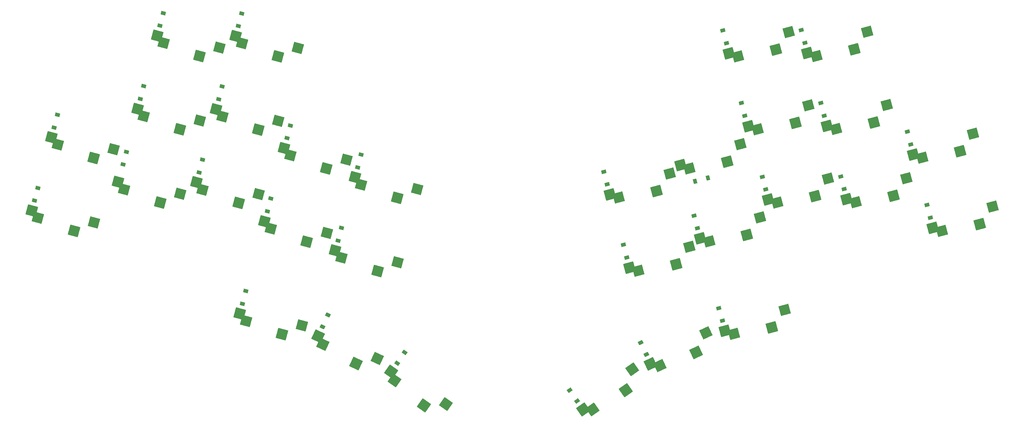
<source format=gbr>
%TF.GenerationSoftware,KiCad,Pcbnew,(6.0.5)*%
%TF.CreationDate,2022-06-12T18:27:07-07:00*%
%TF.ProjectId,greenthumb,67726565-6e74-4687-956d-622e6b696361,rev?*%
%TF.SameCoordinates,Original*%
%TF.FileFunction,Paste,Bot*%
%TF.FilePolarity,Positive*%
%FSLAX46Y46*%
G04 Gerber Fmt 4.6, Leading zero omitted, Abs format (unit mm)*
G04 Created by KiCad (PCBNEW (6.0.5)) date 2022-06-12 18:27:07*
%MOMM*%
%LPD*%
G01*
G04 APERTURE LIST*
G04 Aperture macros list*
%AMRotRect*
0 Rectangle, with rotation*
0 The origin of the aperture is its center*
0 $1 length*
0 $2 width*
0 $3 Rotation angle, in degrees counterclockwise*
0 Add horizontal line*
21,1,$1,$2,0,0,$3*%
G04 Aperture macros list end*
%ADD10RotRect,2.600000X2.600000X345.000000*%
%ADD11RotRect,2.550000X2.500000X165.000000*%
%ADD12RotRect,2.550000X2.500000X145.000000*%
%ADD13RotRect,2.600000X2.600000X325.000000*%
%ADD14RotRect,2.600000X2.600000X335.000000*%
%ADD15RotRect,2.550000X2.500000X155.000000*%
%ADD16RotRect,2.550000X2.500000X215.000000*%
%ADD17RotRect,2.600000X2.600000X35.000000*%
%ADD18RotRect,2.550000X2.500000X195.000000*%
%ADD19RotRect,2.600000X2.600000X15.000000*%
%ADD20RotRect,2.550000X2.500000X205.000000*%
%ADD21RotRect,2.600000X2.600000X25.000000*%
%ADD22RotRect,0.900000X1.200000X255.000000*%
%ADD23RotRect,0.900000X1.200000X245.000000*%
%ADD24RotRect,0.900000X1.200000X235.000000*%
%ADD25RotRect,0.900000X1.200000X285.000000*%
%ADD26RotRect,0.900000X1.200000X15.000000*%
%ADD27RotRect,0.900000X1.200000X305.000000*%
%ADD28RotRect,0.900000X1.200000X295.000000*%
G04 APERTURE END LIST*
D10*
%TO.C,SW22*%
X49666146Y-75780658D03*
D11*
X51239280Y-77579095D03*
D10*
X60253188Y-80895055D03*
D11*
X65274753Y-78710288D03*
%TD*%
D10*
%TO.C,SW33*%
X80159670Y-108797994D03*
D11*
X81732804Y-110596431D03*
X95768277Y-111727624D03*
D10*
X90746712Y-113912391D03*
%TD*%
%TO.C,SW23*%
X69312823Y-75868586D03*
D11*
X70885957Y-77667023D03*
D10*
X79899865Y-80982983D03*
D11*
X84921430Y-78798216D03*
%TD*%
D12*
%TO.C,SW35*%
X118977119Y-125553426D03*
D13*
X118113959Y-123325404D03*
D12*
X131779259Y-131416813D03*
D13*
X126313297Y-131752346D03*
%TD*%
D11*
%TO.C,SW25*%
X105650006Y-94746591D03*
D10*
X104076872Y-92948154D03*
X114663914Y-98062551D03*
D11*
X119685479Y-95877784D03*
%TD*%
%TO.C,SW21*%
X29651452Y-84735602D03*
D10*
X28078318Y-82937165D03*
X38665360Y-88051562D03*
D11*
X43686925Y-85866795D03*
%TD*%
D10*
%TO.C,SW14*%
X91288889Y-67263188D03*
D11*
X92862023Y-69061625D03*
X106897496Y-70192818D03*
D10*
X101875931Y-72377585D03*
%TD*%
D14*
%TO.C,SW34*%
X99772305Y-114401416D03*
D15*
X101009243Y-116445703D03*
X114635056Y-119996944D03*
D14*
X109310399Y-121276534D03*
%TD*%
D11*
%TO.C,SW24*%
X87944459Y-87414211D03*
D10*
X86371325Y-85615774D03*
X96958367Y-90730171D03*
D11*
X101979932Y-88545404D03*
%TD*%
%TO.C,SW12*%
X56156840Y-59226500D03*
D10*
X54583706Y-57428063D03*
X65170748Y-62542460D03*
D11*
X70192313Y-60357693D03*
%TD*%
%TO.C,SW3*%
X80721087Y-40961838D03*
D10*
X79147953Y-39163401D03*
X89734995Y-44277798D03*
D11*
X94756560Y-42093031D03*
%TD*%
%TO.C,SW15*%
X110567566Y-76394001D03*
D10*
X108994432Y-74595564D03*
X119581474Y-79709961D03*
D11*
X124603039Y-77525194D03*
%TD*%
D10*
%TO.C,SW13*%
X74230388Y-57515990D03*
D11*
X75803522Y-59314427D03*
X89838995Y-60445620D03*
D10*
X84817430Y-62630387D03*
%TD*%
%TO.C,SW2*%
X59501268Y-39075481D03*
D11*
X61074402Y-40873918D03*
D10*
X70088310Y-44189878D03*
D11*
X75109875Y-42005111D03*
%TD*%
%TO.C,SW11*%
X34569015Y-66383009D03*
D10*
X32995881Y-64584572D03*
D11*
X48604488Y-67514202D03*
D10*
X43582923Y-69698969D03*
%TD*%
D16*
%TO.C,SW36*%
X168539354Y-132771286D03*
D17*
X166150480Y-132820363D03*
D16*
X178427726Y-122746606D03*
D17*
X176873555Y-127997690D03*
%TD*%
D18*
%TO.C,SW29*%
X234430779Y-80837313D03*
D19*
X232169187Y-80066387D03*
D18*
X247151452Y-74799218D03*
D19*
X243895032Y-79202064D03*
%TD*%
D20*
%TO.C,SW37*%
X185410812Y-121764510D03*
D21*
X183049709Y-121398018D03*
D20*
X196889724Y-113609226D03*
D21*
X194447324Y-118510655D03*
%TD*%
D18*
%TO.C,SW38*%
X203937253Y-113854653D03*
D19*
X201675661Y-113083727D03*
X213401506Y-112219404D03*
D18*
X216657926Y-107816558D03*
%TD*%
%TO.C,SW30*%
X256018610Y-87993825D03*
D19*
X253757018Y-87222899D03*
D18*
X268739283Y-81955730D03*
D19*
X265482863Y-86358576D03*
%TD*%
D18*
%TO.C,SW26*%
X180020055Y-98004812D03*
D19*
X177758463Y-97233886D03*
D18*
X192740728Y-91966717D03*
D19*
X189484308Y-96369563D03*
%TD*%
D18*
%TO.C,SW27*%
X197725600Y-90672434D03*
D19*
X195464008Y-89901508D03*
D18*
X210446273Y-84634339D03*
D19*
X207189853Y-89037185D03*
%TD*%
%TO.C,SW28*%
X212522502Y-80154315D03*
D18*
X214784094Y-80925241D03*
D19*
X224248347Y-79289992D03*
D18*
X227504767Y-74887146D03*
%TD*%
D19*
%TO.C,SW20*%
X248839447Y-68870305D03*
D18*
X251101039Y-69641231D03*
D19*
X260565292Y-68005982D03*
D18*
X263821712Y-63603136D03*
%TD*%
%TO.C,SW9*%
X224595656Y-44132131D03*
D19*
X222334064Y-43361205D03*
D18*
X237316329Y-38094036D03*
D19*
X234059909Y-42496882D03*
%TD*%
%TO.C,SW8*%
X202687375Y-43449140D03*
D18*
X204948967Y-44220066D03*
D19*
X214413220Y-42584817D03*
D18*
X217669640Y-38181971D03*
%TD*%
%TO.C,SW16*%
X175102497Y-79652226D03*
D19*
X172840905Y-78881300D03*
D18*
X187823170Y-73614131D03*
D19*
X184566750Y-78016977D03*
%TD*%
%TO.C,SW19*%
X227251622Y-61713800D03*
D18*
X229513214Y-62484726D03*
X242233887Y-56446631D03*
D19*
X238977467Y-60849477D03*
%TD*%
%TO.C,SW17*%
X190546440Y-71548923D03*
D18*
X192808032Y-72319849D03*
X205528705Y-66281754D03*
D19*
X202272285Y-70684600D03*
%TD*%
D18*
%TO.C,SW18*%
X209866531Y-62572655D03*
D19*
X207604939Y-61801729D03*
X219330784Y-60937406D03*
D18*
X222587204Y-56534560D03*
%TD*%
D22*
%TO.C,D3*%
X80699131Y-33470916D03*
X79845029Y-36658472D03*
%TD*%
%TO.C,D2*%
X61052451Y-33382980D03*
X60198349Y-36570536D03*
%TD*%
%TO.C,D12*%
X56134884Y-51735567D03*
X55280782Y-54923123D03*
%TD*%
%TO.C,D14*%
X92840064Y-61570695D03*
X91985962Y-64758251D03*
%TD*%
%TO.C,D13*%
X75781573Y-51823505D03*
X74927471Y-55011061D03*
%TD*%
%TO.C,D15*%
X110545609Y-68903075D03*
X109691507Y-72090631D03*
%TD*%
%TO.C,D22*%
X51792032Y-68171089D03*
X50937930Y-71358645D03*
%TD*%
%TO.C,D25*%
X105628055Y-87255663D03*
X104773953Y-90443219D03*
%TD*%
%TO.C,D24*%
X87922506Y-79923286D03*
X87068404Y-83110842D03*
%TD*%
%TO.C,D23*%
X70864012Y-70176101D03*
X70009910Y-73363657D03*
%TD*%
%TO.C,D21*%
X29629496Y-77244672D03*
X28775394Y-80432228D03*
%TD*%
%TO.C,D11*%
X34547062Y-58892082D03*
X33692960Y-62079638D03*
%TD*%
%TO.C,D33*%
X81710851Y-103105509D03*
X80856749Y-106293065D03*
%TD*%
D23*
%TO.C,D34*%
X102288413Y-109064762D03*
X100893773Y-112055578D03*
%TD*%
D24*
%TO.C,D35*%
X121518537Y-118506738D03*
X119625735Y-121209940D03*
%TD*%
D25*
%TO.C,D9*%
X220831180Y-37655775D03*
X221685282Y-40843331D03*
%TD*%
%TO.C,D8*%
X201184498Y-37743709D03*
X202038600Y-40931265D03*
%TD*%
%TO.C,D19*%
X225737537Y-55966541D03*
X226591639Y-59154097D03*
%TD*%
D26*
%TO.C,D17*%
X194222603Y-75540163D03*
X197410159Y-74686061D03*
%TD*%
D25*
%TO.C,D26*%
X176255580Y-91528453D03*
X177109682Y-94716009D03*
%TD*%
%TO.C,D16*%
X171338020Y-73175860D03*
X172192122Y-76363416D03*
%TD*%
%TO.C,D18*%
X205784752Y-55946054D03*
X206638854Y-59133610D03*
%TD*%
%TO.C,D28*%
X211019621Y-74448885D03*
X211873723Y-77636441D03*
%TD*%
%TO.C,D27*%
X193961124Y-84196077D03*
X194815226Y-87383633D03*
%TD*%
%TO.C,D20*%
X247336569Y-63164876D03*
X248190671Y-66352432D03*
%TD*%
D27*
%TO.C,D36*%
X162786860Y-127973035D03*
X164679662Y-130676237D03*
%TD*%
D25*
%TO.C,D38*%
X200172781Y-107378301D03*
X201026883Y-110565857D03*
%TD*%
%TO.C,D29*%
X230666307Y-74360953D03*
X231520409Y-77548509D03*
%TD*%
%TO.C,D30*%
X252254132Y-81517461D03*
X253108234Y-84705017D03*
%TD*%
D28*
%TO.C,D37*%
X180578912Y-116040242D03*
X181973552Y-119031058D03*
%TD*%
M02*

</source>
